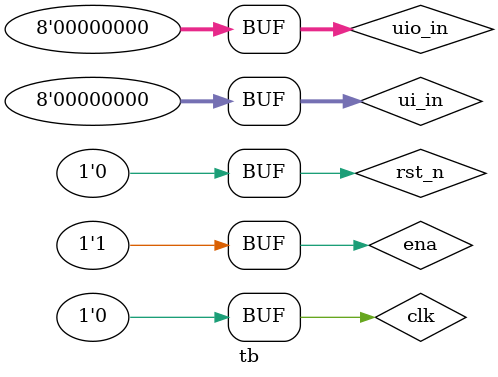
<source format=v>
`default_nettype none
`timescale 1ns / 1ps

/* This testbench just instantiates the module and makes some convenient wires
   that can be driven / tested by the cocotb test.py.
*/
module tb ();

  // Dump the signals to a VCD file. You can view it with gtkwave or surfer.
  initial begin
    // Because the Makefile runs in the test/ dir, this writes test/tb.vcd at repo root
    $dumpfile("tb.vcd");
    // Limit dump scope to the DUT to keep file size reasonable
    $dumpvars(0, dut);
    #1;
  end

  // Wire up the inputs and outputs:
  reg clk;
  reg rst_n;
  reg ena;
  reg [7:0] ui_in;
  reg [7:0] uio_in;
  wire [7:0] uo_out;
  wire [7:0] uio_out;
  wire [7:0] uio_oe;

`ifdef GL_TEST
  wire VPWR = 1'b1;
  wire VGND = 1'b0;
`endif

  // Known-good startup values (cocotb will drive over these)
  initial begin
    clk    = 1'b0;
    rst_n  = 1'b0;
    ena    = 1'b1;
    ui_in  = 8'h00;
    uio_in = 8'h00;
  end

  // DUT instance (instance name added: "dut")
  tt_um_vga_example dut (
`ifdef GL_TEST
      .VPWR(VPWR),
      .VGND(VGND),
`endif
      .ui_in  (ui_in),    // Dedicated inputs
      .uo_out (uo_out),   // Dedicated outputs
      .uio_in (uio_in),   // IOs: Input path
      .uio_out(uio_out),  // IOs: Output path
      .uio_oe (uio_oe),   // IOs: Enable path (active high: 0=input, 1=output)
      .ena    (ena),      // enable - goes high when design is selected
      .clk    (clk),      // clock
      .rst_n  (rst_n)     // not reset
  );

endmodule

</source>
